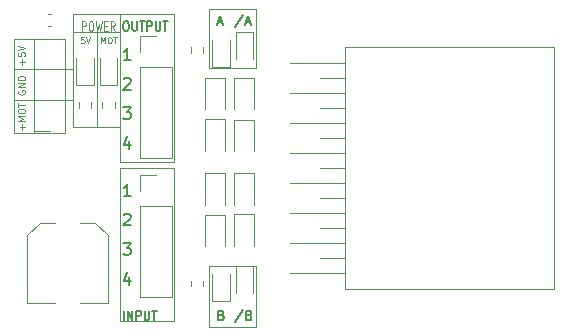
<source format=gbr>
%TF.GenerationSoftware,KiCad,Pcbnew,9.0.1*%
%TF.CreationDate,2025-04-10T17:15:12+02:00*%
%TF.ProjectId,projet_rubix_cube,70726f6a-6574-45f7-9275-6269785f6375,rev?*%
%TF.SameCoordinates,Original*%
%TF.FileFunction,Legend,Top*%
%TF.FilePolarity,Positive*%
%FSLAX46Y46*%
G04 Gerber Fmt 4.6, Leading zero omitted, Abs format (unit mm)*
G04 Created by KiCad (PCBNEW 9.0.1) date 2025-04-10 17:15:12*
%MOMM*%
%LPD*%
G01*
G04 APERTURE LIST*
%ADD10C,0.100000*%
%ADD11C,0.160000*%
%ADD12C,0.125000*%
%ADD13C,0.150000*%
%ADD14C,0.120000*%
G04 APERTURE END LIST*
D10*
X121000000Y-35660000D02*
X122670000Y-35660000D01*
X122670000Y-38230000D01*
X121000000Y-38230000D01*
X121000000Y-35660000D01*
X122670000Y-38230000D02*
X125330000Y-38230000D01*
X125330000Y-41000000D01*
X122670000Y-41000000D01*
X122670000Y-38230000D01*
X121000000Y-33090000D02*
X125330000Y-33090000D01*
X125330000Y-35660000D01*
X121000000Y-35660000D01*
X121000000Y-33090000D01*
X137500000Y-52302500D02*
X141500000Y-52302500D01*
X141500000Y-57500000D01*
X137500000Y-57500000D01*
X137500000Y-52302500D01*
X137500000Y-30500000D02*
X141500000Y-30500000D01*
X141500000Y-35500000D01*
X137500000Y-35500000D01*
X137500000Y-30500000D01*
X122670000Y-35660000D02*
X126000000Y-35660000D01*
X126000000Y-38230000D01*
X122670000Y-38230000D01*
X122670000Y-35660000D01*
X130000000Y-31000000D02*
X134500000Y-31000000D01*
X134500000Y-43500000D01*
X130000000Y-43500000D01*
X130000000Y-31000000D01*
X126000000Y-31000000D02*
X130000000Y-31000000D01*
X130000000Y-40500000D01*
X126000000Y-40500000D01*
X126000000Y-31000000D01*
X130000000Y-44000000D02*
X134500000Y-44000000D01*
X134500000Y-57000000D01*
X130000000Y-57000000D01*
X130000000Y-44000000D01*
X126000000Y-32500000D02*
X128000000Y-32500000D01*
X128000000Y-40500000D01*
X126000000Y-40500000D01*
X126000000Y-32500000D01*
X121000000Y-33090000D02*
X125330000Y-33090000D01*
X125330000Y-41000000D01*
X121000000Y-41000000D01*
X121000000Y-33090000D01*
X128000000Y-32500000D02*
X130000000Y-32500000D01*
X130000000Y-40500000D01*
X128000000Y-40500000D01*
X128000000Y-32500000D01*
D11*
X130405263Y-31593775D02*
X130538596Y-31593775D01*
X130538596Y-31593775D02*
X130605263Y-31631870D01*
X130605263Y-31631870D02*
X130671929Y-31708060D01*
X130671929Y-31708060D02*
X130705263Y-31860441D01*
X130705263Y-31860441D02*
X130705263Y-32127108D01*
X130705263Y-32127108D02*
X130671929Y-32279489D01*
X130671929Y-32279489D02*
X130605263Y-32355680D01*
X130605263Y-32355680D02*
X130538596Y-32393775D01*
X130538596Y-32393775D02*
X130405263Y-32393775D01*
X130405263Y-32393775D02*
X130338596Y-32355680D01*
X130338596Y-32355680D02*
X130271929Y-32279489D01*
X130271929Y-32279489D02*
X130238596Y-32127108D01*
X130238596Y-32127108D02*
X130238596Y-31860441D01*
X130238596Y-31860441D02*
X130271929Y-31708060D01*
X130271929Y-31708060D02*
X130338596Y-31631870D01*
X130338596Y-31631870D02*
X130405263Y-31593775D01*
X131005262Y-31593775D02*
X131005262Y-32241394D01*
X131005262Y-32241394D02*
X131038596Y-32317584D01*
X131038596Y-32317584D02*
X131071929Y-32355680D01*
X131071929Y-32355680D02*
X131138596Y-32393775D01*
X131138596Y-32393775D02*
X131271929Y-32393775D01*
X131271929Y-32393775D02*
X131338596Y-32355680D01*
X131338596Y-32355680D02*
X131371929Y-32317584D01*
X131371929Y-32317584D02*
X131405262Y-32241394D01*
X131405262Y-32241394D02*
X131405262Y-31593775D01*
X131638595Y-31593775D02*
X132038595Y-31593775D01*
X131838595Y-32393775D02*
X131838595Y-31593775D01*
X132271928Y-32393775D02*
X132271928Y-31593775D01*
X132271928Y-31593775D02*
X132538595Y-31593775D01*
X132538595Y-31593775D02*
X132605262Y-31631870D01*
X132605262Y-31631870D02*
X132638595Y-31669965D01*
X132638595Y-31669965D02*
X132671928Y-31746156D01*
X132671928Y-31746156D02*
X132671928Y-31860441D01*
X132671928Y-31860441D02*
X132638595Y-31936632D01*
X132638595Y-31936632D02*
X132605262Y-31974727D01*
X132605262Y-31974727D02*
X132538595Y-32012822D01*
X132538595Y-32012822D02*
X132271928Y-32012822D01*
X132971928Y-31593775D02*
X132971928Y-32241394D01*
X132971928Y-32241394D02*
X133005262Y-32317584D01*
X133005262Y-32317584D02*
X133038595Y-32355680D01*
X133038595Y-32355680D02*
X133105262Y-32393775D01*
X133105262Y-32393775D02*
X133238595Y-32393775D01*
X133238595Y-32393775D02*
X133305262Y-32355680D01*
X133305262Y-32355680D02*
X133338595Y-32317584D01*
X133338595Y-32317584D02*
X133371928Y-32241394D01*
X133371928Y-32241394D02*
X133371928Y-31593775D01*
X133605261Y-31593775D02*
X134005261Y-31593775D01*
X133805261Y-32393775D02*
X133805261Y-31593775D01*
D12*
X126939378Y-32932309D02*
X126701283Y-32932309D01*
X126701283Y-32932309D02*
X126677474Y-33170404D01*
X126677474Y-33170404D02*
X126701283Y-33146595D01*
X126701283Y-33146595D02*
X126748902Y-33122785D01*
X126748902Y-33122785D02*
X126867950Y-33122785D01*
X126867950Y-33122785D02*
X126915569Y-33146595D01*
X126915569Y-33146595D02*
X126939378Y-33170404D01*
X126939378Y-33170404D02*
X126963188Y-33218023D01*
X126963188Y-33218023D02*
X126963188Y-33337071D01*
X126963188Y-33337071D02*
X126939378Y-33384690D01*
X126939378Y-33384690D02*
X126915569Y-33408500D01*
X126915569Y-33408500D02*
X126867950Y-33432309D01*
X126867950Y-33432309D02*
X126748902Y-33432309D01*
X126748902Y-33432309D02*
X126701283Y-33408500D01*
X126701283Y-33408500D02*
X126677474Y-33384690D01*
X127106045Y-32932309D02*
X127272711Y-33432309D01*
X127272711Y-33432309D02*
X127439378Y-32932309D01*
X128367948Y-33432309D02*
X128367948Y-32932309D01*
X128367948Y-32932309D02*
X128534615Y-33289452D01*
X128534615Y-33289452D02*
X128701281Y-32932309D01*
X128701281Y-32932309D02*
X128701281Y-33432309D01*
X129034615Y-32932309D02*
X129129853Y-32932309D01*
X129129853Y-32932309D02*
X129177472Y-32956119D01*
X129177472Y-32956119D02*
X129225091Y-33003738D01*
X129225091Y-33003738D02*
X129248901Y-33098976D01*
X129248901Y-33098976D02*
X129248901Y-33265642D01*
X129248901Y-33265642D02*
X129225091Y-33360880D01*
X129225091Y-33360880D02*
X129177472Y-33408500D01*
X129177472Y-33408500D02*
X129129853Y-33432309D01*
X129129853Y-33432309D02*
X129034615Y-33432309D01*
X129034615Y-33432309D02*
X128986996Y-33408500D01*
X128986996Y-33408500D02*
X128939377Y-33360880D01*
X128939377Y-33360880D02*
X128915568Y-33265642D01*
X128915568Y-33265642D02*
X128915568Y-33098976D01*
X128915568Y-33098976D02*
X128939377Y-33003738D01*
X128939377Y-33003738D02*
X128986996Y-32956119D01*
X128986996Y-32956119D02*
X129034615Y-32932309D01*
X129391759Y-32932309D02*
X129677473Y-32932309D01*
X129534616Y-33432309D02*
X129534616Y-32932309D01*
X121348642Y-37460621D02*
X121320071Y-37517764D01*
X121320071Y-37517764D02*
X121320071Y-37603478D01*
X121320071Y-37603478D02*
X121348642Y-37689192D01*
X121348642Y-37689192D02*
X121405785Y-37746335D01*
X121405785Y-37746335D02*
X121462928Y-37774906D01*
X121462928Y-37774906D02*
X121577214Y-37803478D01*
X121577214Y-37803478D02*
X121662928Y-37803478D01*
X121662928Y-37803478D02*
X121777214Y-37774906D01*
X121777214Y-37774906D02*
X121834357Y-37746335D01*
X121834357Y-37746335D02*
X121891500Y-37689192D01*
X121891500Y-37689192D02*
X121920071Y-37603478D01*
X121920071Y-37603478D02*
X121920071Y-37546335D01*
X121920071Y-37546335D02*
X121891500Y-37460621D01*
X121891500Y-37460621D02*
X121862928Y-37432049D01*
X121862928Y-37432049D02*
X121662928Y-37432049D01*
X121662928Y-37432049D02*
X121662928Y-37546335D01*
X121920071Y-37174906D02*
X121320071Y-37174906D01*
X121320071Y-37174906D02*
X121920071Y-36832049D01*
X121920071Y-36832049D02*
X121320071Y-36832049D01*
X121920071Y-36546335D02*
X121320071Y-36546335D01*
X121320071Y-36546335D02*
X121320071Y-36403478D01*
X121320071Y-36403478D02*
X121348642Y-36317764D01*
X121348642Y-36317764D02*
X121405785Y-36260621D01*
X121405785Y-36260621D02*
X121462928Y-36232050D01*
X121462928Y-36232050D02*
X121577214Y-36203478D01*
X121577214Y-36203478D02*
X121662928Y-36203478D01*
X121662928Y-36203478D02*
X121777214Y-36232050D01*
X121777214Y-36232050D02*
X121834357Y-36260621D01*
X121834357Y-36260621D02*
X121891500Y-36317764D01*
X121891500Y-36317764D02*
X121920071Y-36403478D01*
X121920071Y-36403478D02*
X121920071Y-36546335D01*
X126725093Y-32395595D02*
X126725093Y-31595595D01*
X126725093Y-31595595D02*
X126953664Y-31595595D01*
X126953664Y-31595595D02*
X127010807Y-31633690D01*
X127010807Y-31633690D02*
X127039378Y-31671785D01*
X127039378Y-31671785D02*
X127067950Y-31747976D01*
X127067950Y-31747976D02*
X127067950Y-31862261D01*
X127067950Y-31862261D02*
X127039378Y-31938452D01*
X127039378Y-31938452D02*
X127010807Y-31976547D01*
X127010807Y-31976547D02*
X126953664Y-32014642D01*
X126953664Y-32014642D02*
X126725093Y-32014642D01*
X127439378Y-31595595D02*
X127553664Y-31595595D01*
X127553664Y-31595595D02*
X127610807Y-31633690D01*
X127610807Y-31633690D02*
X127667950Y-31709880D01*
X127667950Y-31709880D02*
X127696521Y-31862261D01*
X127696521Y-31862261D02*
X127696521Y-32128928D01*
X127696521Y-32128928D02*
X127667950Y-32281309D01*
X127667950Y-32281309D02*
X127610807Y-32357500D01*
X127610807Y-32357500D02*
X127553664Y-32395595D01*
X127553664Y-32395595D02*
X127439378Y-32395595D01*
X127439378Y-32395595D02*
X127382236Y-32357500D01*
X127382236Y-32357500D02*
X127325093Y-32281309D01*
X127325093Y-32281309D02*
X127296521Y-32128928D01*
X127296521Y-32128928D02*
X127296521Y-31862261D01*
X127296521Y-31862261D02*
X127325093Y-31709880D01*
X127325093Y-31709880D02*
X127382236Y-31633690D01*
X127382236Y-31633690D02*
X127439378Y-31595595D01*
X127896521Y-31595595D02*
X128039378Y-32395595D01*
X128039378Y-32395595D02*
X128153664Y-31824166D01*
X128153664Y-31824166D02*
X128267949Y-32395595D01*
X128267949Y-32395595D02*
X128410807Y-31595595D01*
X128639378Y-31976547D02*
X128839378Y-31976547D01*
X128925092Y-32395595D02*
X128639378Y-32395595D01*
X128639378Y-32395595D02*
X128639378Y-31595595D01*
X128639378Y-31595595D02*
X128925092Y-31595595D01*
X129525092Y-32395595D02*
X129325092Y-32014642D01*
X129182235Y-32395595D02*
X129182235Y-31595595D01*
X129182235Y-31595595D02*
X129410806Y-31595595D01*
X129410806Y-31595595D02*
X129467949Y-31633690D01*
X129467949Y-31633690D02*
X129496520Y-31671785D01*
X129496520Y-31671785D02*
X129525092Y-31747976D01*
X129525092Y-31747976D02*
X129525092Y-31862261D01*
X129525092Y-31862261D02*
X129496520Y-31938452D01*
X129496520Y-31938452D02*
X129467949Y-31976547D01*
X129467949Y-31976547D02*
X129410806Y-32014642D01*
X129410806Y-32014642D02*
X129182235Y-32014642D01*
D13*
X130765350Y-41703152D02*
X130765350Y-42369819D01*
X130527255Y-41322200D02*
X130289160Y-42036485D01*
X130289160Y-42036485D02*
X130908207Y-42036485D01*
D11*
X138257643Y-31665203D02*
X138638596Y-31665203D01*
X138181453Y-31893775D02*
X138448120Y-31093775D01*
X138448120Y-31093775D02*
X138714786Y-31893775D01*
X138562405Y-56474727D02*
X138676691Y-56512822D01*
X138676691Y-56512822D02*
X138714786Y-56550918D01*
X138714786Y-56550918D02*
X138752882Y-56627108D01*
X138752882Y-56627108D02*
X138752882Y-56741394D01*
X138752882Y-56741394D02*
X138714786Y-56817584D01*
X138714786Y-56817584D02*
X138676691Y-56855680D01*
X138676691Y-56855680D02*
X138600501Y-56893775D01*
X138600501Y-56893775D02*
X138295739Y-56893775D01*
X138295739Y-56893775D02*
X138295739Y-56093775D01*
X138295739Y-56093775D02*
X138562405Y-56093775D01*
X138562405Y-56093775D02*
X138638596Y-56131870D01*
X138638596Y-56131870D02*
X138676691Y-56169965D01*
X138676691Y-56169965D02*
X138714786Y-56246156D01*
X138714786Y-56246156D02*
X138714786Y-56322346D01*
X138714786Y-56322346D02*
X138676691Y-56398537D01*
X138676691Y-56398537D02*
X138638596Y-56436632D01*
X138638596Y-56436632D02*
X138562405Y-56474727D01*
X138562405Y-56474727D02*
X138295739Y-56474727D01*
X140367167Y-31055680D02*
X139681453Y-32084251D01*
X140595738Y-31665203D02*
X140976691Y-31665203D01*
X140519548Y-31893775D02*
X140786215Y-31093775D01*
X140786215Y-31093775D02*
X141052881Y-31893775D01*
D13*
X130860588Y-34869819D02*
X130289160Y-34869819D01*
X130574874Y-34869819D02*
X130574874Y-33869819D01*
X130574874Y-33869819D02*
X130479636Y-34012676D01*
X130479636Y-34012676D02*
X130384398Y-34107914D01*
X130384398Y-34107914D02*
X130289160Y-34155533D01*
X130765350Y-53203152D02*
X130765350Y-53869819D01*
X130527255Y-52822200D02*
X130289160Y-53536485D01*
X130289160Y-53536485D02*
X130908207Y-53536485D01*
X130241541Y-50369819D02*
X130860588Y-50369819D01*
X130860588Y-50369819D02*
X130527255Y-50750771D01*
X130527255Y-50750771D02*
X130670112Y-50750771D01*
X130670112Y-50750771D02*
X130765350Y-50798390D01*
X130765350Y-50798390D02*
X130812969Y-50846009D01*
X130812969Y-50846009D02*
X130860588Y-50941247D01*
X130860588Y-50941247D02*
X130860588Y-51179342D01*
X130860588Y-51179342D02*
X130812969Y-51274580D01*
X130812969Y-51274580D02*
X130765350Y-51322200D01*
X130765350Y-51322200D02*
X130670112Y-51369819D01*
X130670112Y-51369819D02*
X130384398Y-51369819D01*
X130384398Y-51369819D02*
X130289160Y-51322200D01*
X130289160Y-51322200D02*
X130241541Y-51274580D01*
D11*
X140367167Y-56055680D02*
X139681453Y-57084251D01*
X140900500Y-56474727D02*
X141014786Y-56512822D01*
X141014786Y-56512822D02*
X141052881Y-56550918D01*
X141052881Y-56550918D02*
X141090977Y-56627108D01*
X141090977Y-56627108D02*
X141090977Y-56741394D01*
X141090977Y-56741394D02*
X141052881Y-56817584D01*
X141052881Y-56817584D02*
X141014786Y-56855680D01*
X141014786Y-56855680D02*
X140938596Y-56893775D01*
X140938596Y-56893775D02*
X140633834Y-56893775D01*
X140633834Y-56893775D02*
X140633834Y-56093775D01*
X140633834Y-56093775D02*
X140900500Y-56093775D01*
X140900500Y-56093775D02*
X140976691Y-56131870D01*
X140976691Y-56131870D02*
X141014786Y-56169965D01*
X141014786Y-56169965D02*
X141052881Y-56246156D01*
X141052881Y-56246156D02*
X141052881Y-56322346D01*
X141052881Y-56322346D02*
X141014786Y-56398537D01*
X141014786Y-56398537D02*
X140976691Y-56436632D01*
X140976691Y-56436632D02*
X140900500Y-56474727D01*
X140900500Y-56474727D02*
X140633834Y-56474727D01*
D13*
X130289160Y-47965057D02*
X130336779Y-47917438D01*
X130336779Y-47917438D02*
X130432017Y-47869819D01*
X130432017Y-47869819D02*
X130670112Y-47869819D01*
X130670112Y-47869819D02*
X130765350Y-47917438D01*
X130765350Y-47917438D02*
X130812969Y-47965057D01*
X130812969Y-47965057D02*
X130860588Y-48060295D01*
X130860588Y-48060295D02*
X130860588Y-48155533D01*
X130860588Y-48155533D02*
X130812969Y-48298390D01*
X130812969Y-48298390D02*
X130241541Y-48869819D01*
X130241541Y-48869819D02*
X130860588Y-48869819D01*
X130289160Y-36465057D02*
X130336779Y-36417438D01*
X130336779Y-36417438D02*
X130432017Y-36369819D01*
X130432017Y-36369819D02*
X130670112Y-36369819D01*
X130670112Y-36369819D02*
X130765350Y-36417438D01*
X130765350Y-36417438D02*
X130812969Y-36465057D01*
X130812969Y-36465057D02*
X130860588Y-36560295D01*
X130860588Y-36560295D02*
X130860588Y-36655533D01*
X130860588Y-36655533D02*
X130812969Y-36798390D01*
X130812969Y-36798390D02*
X130241541Y-37369819D01*
X130241541Y-37369819D02*
X130860588Y-37369819D01*
D12*
X121691500Y-40774906D02*
X121691500Y-40317764D01*
X121920071Y-40546335D02*
X121462928Y-40546335D01*
X121920071Y-40032049D02*
X121320071Y-40032049D01*
X121320071Y-40032049D02*
X121748642Y-39832049D01*
X121748642Y-39832049D02*
X121320071Y-39632049D01*
X121320071Y-39632049D02*
X121920071Y-39632049D01*
X121320071Y-39232050D02*
X121320071Y-39117764D01*
X121320071Y-39117764D02*
X121348642Y-39060621D01*
X121348642Y-39060621D02*
X121405785Y-39003478D01*
X121405785Y-39003478D02*
X121520071Y-38974907D01*
X121520071Y-38974907D02*
X121720071Y-38974907D01*
X121720071Y-38974907D02*
X121834357Y-39003478D01*
X121834357Y-39003478D02*
X121891500Y-39060621D01*
X121891500Y-39060621D02*
X121920071Y-39117764D01*
X121920071Y-39117764D02*
X121920071Y-39232050D01*
X121920071Y-39232050D02*
X121891500Y-39289193D01*
X121891500Y-39289193D02*
X121834357Y-39346335D01*
X121834357Y-39346335D02*
X121720071Y-39374907D01*
X121720071Y-39374907D02*
X121520071Y-39374907D01*
X121520071Y-39374907D02*
X121405785Y-39346335D01*
X121405785Y-39346335D02*
X121348642Y-39289193D01*
X121348642Y-39289193D02*
X121320071Y-39232050D01*
X121320071Y-38803479D02*
X121320071Y-38460622D01*
X121920071Y-38632050D02*
X121320071Y-38632050D01*
D13*
X130860588Y-46369819D02*
X130289160Y-46369819D01*
X130574874Y-46369819D02*
X130574874Y-45369819D01*
X130574874Y-45369819D02*
X130479636Y-45512676D01*
X130479636Y-45512676D02*
X130384398Y-45607914D01*
X130384398Y-45607914D02*
X130289160Y-45655533D01*
D11*
X130271929Y-56893775D02*
X130271929Y-56093775D01*
X130605262Y-56893775D02*
X130605262Y-56093775D01*
X130605262Y-56093775D02*
X131005262Y-56893775D01*
X131005262Y-56893775D02*
X131005262Y-56093775D01*
X131338595Y-56893775D02*
X131338595Y-56093775D01*
X131338595Y-56093775D02*
X131605262Y-56093775D01*
X131605262Y-56093775D02*
X131671929Y-56131870D01*
X131671929Y-56131870D02*
X131705262Y-56169965D01*
X131705262Y-56169965D02*
X131738595Y-56246156D01*
X131738595Y-56246156D02*
X131738595Y-56360441D01*
X131738595Y-56360441D02*
X131705262Y-56436632D01*
X131705262Y-56436632D02*
X131671929Y-56474727D01*
X131671929Y-56474727D02*
X131605262Y-56512822D01*
X131605262Y-56512822D02*
X131338595Y-56512822D01*
X132038595Y-56093775D02*
X132038595Y-56741394D01*
X132038595Y-56741394D02*
X132071929Y-56817584D01*
X132071929Y-56817584D02*
X132105262Y-56855680D01*
X132105262Y-56855680D02*
X132171929Y-56893775D01*
X132171929Y-56893775D02*
X132305262Y-56893775D01*
X132305262Y-56893775D02*
X132371929Y-56855680D01*
X132371929Y-56855680D02*
X132405262Y-56817584D01*
X132405262Y-56817584D02*
X132438595Y-56741394D01*
X132438595Y-56741394D02*
X132438595Y-56093775D01*
X132671928Y-56093775D02*
X133071928Y-56093775D01*
X132871928Y-56893775D02*
X132871928Y-56093775D01*
D13*
X130241541Y-38869819D02*
X130860588Y-38869819D01*
X130860588Y-38869819D02*
X130527255Y-39250771D01*
X130527255Y-39250771D02*
X130670112Y-39250771D01*
X130670112Y-39250771D02*
X130765350Y-39298390D01*
X130765350Y-39298390D02*
X130812969Y-39346009D01*
X130812969Y-39346009D02*
X130860588Y-39441247D01*
X130860588Y-39441247D02*
X130860588Y-39679342D01*
X130860588Y-39679342D02*
X130812969Y-39774580D01*
X130812969Y-39774580D02*
X130765350Y-39822200D01*
X130765350Y-39822200D02*
X130670112Y-39869819D01*
X130670112Y-39869819D02*
X130384398Y-39869819D01*
X130384398Y-39869819D02*
X130289160Y-39822200D01*
X130289160Y-39822200D02*
X130241541Y-39774580D01*
D12*
X121691500Y-35274906D02*
X121691500Y-34817764D01*
X121920071Y-35046335D02*
X121462928Y-35046335D01*
X121320071Y-34246335D02*
X121320071Y-34532049D01*
X121320071Y-34532049D02*
X121605785Y-34560621D01*
X121605785Y-34560621D02*
X121577214Y-34532049D01*
X121577214Y-34532049D02*
X121548642Y-34474907D01*
X121548642Y-34474907D02*
X121548642Y-34332049D01*
X121548642Y-34332049D02*
X121577214Y-34274907D01*
X121577214Y-34274907D02*
X121605785Y-34246335D01*
X121605785Y-34246335D02*
X121662928Y-34217764D01*
X121662928Y-34217764D02*
X121805785Y-34217764D01*
X121805785Y-34217764D02*
X121862928Y-34246335D01*
X121862928Y-34246335D02*
X121891500Y-34274907D01*
X121891500Y-34274907D02*
X121920071Y-34332049D01*
X121920071Y-34332049D02*
X121920071Y-34474907D01*
X121920071Y-34474907D02*
X121891500Y-34532049D01*
X121891500Y-34532049D02*
X121862928Y-34560621D01*
X121320071Y-34046335D02*
X121920071Y-33846335D01*
X121920071Y-33846335D02*
X121320071Y-33646335D01*
D14*
%TO.C,D17*%
X139765000Y-32515000D02*
X139765000Y-34800000D01*
X141235000Y-32515000D02*
X139765000Y-32515000D01*
X141235000Y-34800000D02*
X141235000Y-32515000D01*
%TO.C,D19*%
X126265000Y-34700000D02*
X126265000Y-36985000D01*
X126265000Y-36985000D02*
X127735000Y-36985000D01*
X127735000Y-36985000D02*
X127735000Y-34700000D01*
%TO.C,J2*%
X131620000Y-44580000D02*
X133000000Y-44580000D01*
X131620000Y-45960000D02*
X131620000Y-44580000D01*
X131620000Y-47230000D02*
X131620000Y-54960000D01*
X131620000Y-47230000D02*
X134380000Y-47230000D01*
X131620000Y-54960000D02*
X134380000Y-54960000D01*
X134380000Y-47230000D02*
X134380000Y-54960000D01*
%TO.C,U2*%
X149000000Y-33775000D02*
X149000000Y-54215000D01*
X149000000Y-35105000D02*
X144330000Y-35105000D01*
X149000000Y-36375000D02*
X146886000Y-36375000D01*
X149000000Y-37645000D02*
X144345000Y-37645000D01*
X149000000Y-38915000D02*
X146886000Y-38915000D01*
X149000000Y-40185000D02*
X144345000Y-40185000D01*
X149000000Y-41455000D02*
X146886000Y-41455000D01*
X149000000Y-42725000D02*
X144345000Y-42725000D01*
X149000000Y-43995000D02*
X146886000Y-43995000D01*
X149000000Y-45265000D02*
X144345000Y-45265000D01*
X149000000Y-46535000D02*
X146886000Y-46535000D01*
X149000000Y-47805000D02*
X144345000Y-47805000D01*
X149000000Y-49075000D02*
X146886000Y-49075000D01*
X149000000Y-50345000D02*
X144345000Y-50345000D01*
X149000000Y-51615000D02*
X146886000Y-51615000D01*
X149000000Y-52885000D02*
X144345000Y-52885000D01*
X166740000Y-33775000D02*
X149000000Y-33775000D01*
X166740000Y-33775000D02*
X166740000Y-54215000D01*
X166740000Y-54215000D02*
X149000000Y-54215000D01*
%TO.C,D7*%
X139650000Y-47940000D02*
X139650000Y-50600000D01*
X141350000Y-47940000D02*
X139650000Y-47940000D01*
X141350000Y-47940000D02*
X141350000Y-50600000D01*
%TO.C,D15*%
X137765000Y-52987500D02*
X137765000Y-55272500D01*
X137765000Y-55272500D02*
X139235000Y-55272500D01*
X139235000Y-55272500D02*
X139235000Y-52987500D01*
%TO.C,R6*%
X135977500Y-33762742D02*
X135977500Y-34237258D01*
X137022500Y-33762742D02*
X137022500Y-34237258D01*
%TO.C,D8*%
X137150000Y-47990000D02*
X137150000Y-50650000D01*
X138850000Y-47990000D02*
X137150000Y-47990000D01*
X138850000Y-47990000D02*
X138850000Y-50650000D01*
%TO.C,D2*%
X137150000Y-39890000D02*
X137150000Y-42550000D01*
X138850000Y-39890000D02*
X137150000Y-39890000D01*
X138850000Y-39890000D02*
X138850000Y-42550000D01*
%TO.C,R3*%
X126477500Y-38437742D02*
X126477500Y-38912258D01*
X127522500Y-38437742D02*
X127522500Y-38912258D01*
%TO.C,D16*%
X139765000Y-52302500D02*
X139765000Y-54587500D01*
X141235000Y-52302500D02*
X139765000Y-52302500D01*
X141235000Y-54587500D02*
X141235000Y-52302500D01*
%TO.C,D6*%
X137150000Y-44440000D02*
X137150000Y-47100000D01*
X138850000Y-44440000D02*
X137150000Y-44440000D01*
X138850000Y-44440000D02*
X138850000Y-47100000D01*
%TO.C,J1*%
X131620000Y-32810000D02*
X133000000Y-32810000D01*
X131620000Y-34190000D02*
X131620000Y-32810000D01*
X131620000Y-35460000D02*
X131620000Y-43190000D01*
X131620000Y-35460000D02*
X134380000Y-35460000D01*
X131620000Y-43190000D02*
X134380000Y-43190000D01*
X134380000Y-35460000D02*
X134380000Y-43190000D01*
%TO.C,J3*%
X122670000Y-38230000D02*
X122670000Y-33090000D01*
X122670000Y-40830000D02*
X122670000Y-39500000D01*
X124000000Y-40830000D02*
X122670000Y-40830000D01*
X125330000Y-33090000D02*
X122670000Y-33090000D01*
X125330000Y-38230000D02*
X122670000Y-38230000D01*
X125330000Y-38230000D02*
X125330000Y-33090000D01*
%TO.C,D14*%
X128265000Y-34700000D02*
X128265000Y-36985000D01*
X128265000Y-36985000D02*
X129735000Y-36985000D01*
X129735000Y-36985000D02*
X129735000Y-34700000D01*
%TO.C,D1*%
X137150000Y-36390000D02*
X137150000Y-39050000D01*
X138850000Y-36390000D02*
X137150000Y-36390000D01*
X138850000Y-36390000D02*
X138850000Y-39050000D01*
%TO.C,D4*%
X139650000Y-39940000D02*
X139650000Y-42600000D01*
X141350000Y-39940000D02*
X139650000Y-39940000D01*
X141350000Y-39940000D02*
X141350000Y-42600000D01*
%TO.C,R4*%
X128477500Y-38437742D02*
X128477500Y-38912258D01*
X129522500Y-38437742D02*
X129522500Y-38912258D01*
%TO.C,R5*%
X135977500Y-53550242D02*
X135977500Y-54024758D01*
X137022500Y-53550242D02*
X137022500Y-54024758D01*
%TO.C,D5*%
X139650000Y-44440000D02*
X139650000Y-47100000D01*
X141350000Y-44440000D02*
X139650000Y-44440000D01*
X141350000Y-44440000D02*
X141350000Y-47100000D01*
%TO.C,C2*%
X122090000Y-49691937D02*
X122090000Y-55447500D01*
X122090000Y-55447500D02*
X124440000Y-55447500D01*
X123154437Y-48627500D02*
X122090000Y-49691937D01*
X123154437Y-48627500D02*
X124440000Y-48627500D01*
X127845563Y-48627500D02*
X126560000Y-48627500D01*
X127845563Y-48627500D02*
X128910000Y-49691937D01*
X128910000Y-49691937D02*
X128910000Y-55447500D01*
X128910000Y-55447500D02*
X126560000Y-55447500D01*
%TO.C,D18*%
X137765000Y-33200000D02*
X137765000Y-35485000D01*
X137765000Y-35485000D02*
X139235000Y-35485000D01*
X139235000Y-35485000D02*
X139235000Y-33200000D01*
%TO.C,D3*%
X139650000Y-36390000D02*
X139650000Y-39050000D01*
X141350000Y-36390000D02*
X139650000Y-36390000D01*
X141350000Y-36390000D02*
X141350000Y-39050000D01*
%TO.C,C1*%
X124140580Y-30990000D02*
X123859420Y-30990000D01*
X124140580Y-32010000D02*
X123859420Y-32010000D01*
%TD*%
M02*

</source>
